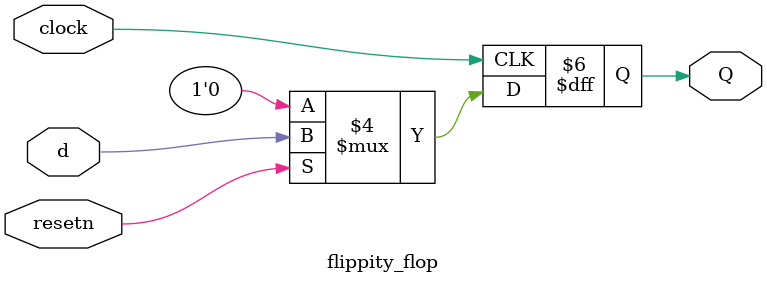
<source format=v>

module flippity_flop(input d,clock,resetn,output reg Q);
	always@(posedge clock)
		if (!resetn)
			Q <= 1'b0;
		else
			Q <= d;
endmodule

</source>
